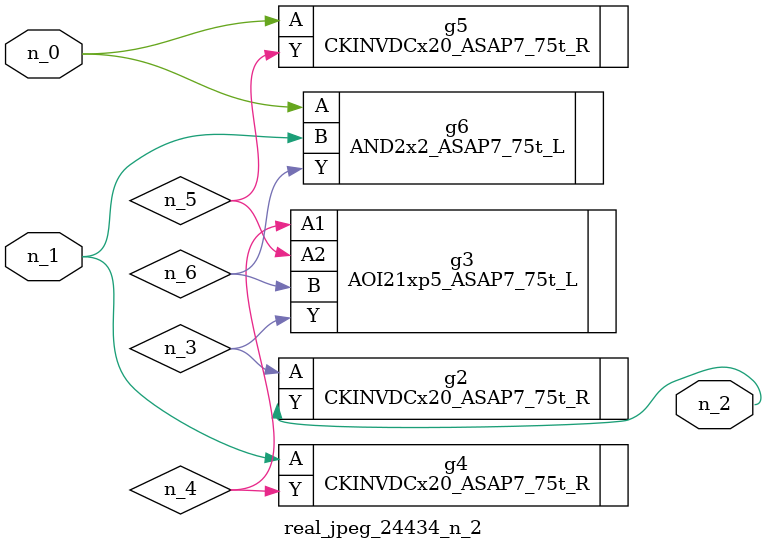
<source format=v>
module real_jpeg_24434_n_2 (n_1, n_0, n_2);

input n_1;
input n_0;

output n_2;

wire n_5;
wire n_4;
wire n_6;
wire n_3;

CKINVDCx20_ASAP7_75t_R g5 ( 
.A(n_0),
.Y(n_5)
);

AND2x2_ASAP7_75t_L g6 ( 
.A(n_0),
.B(n_1),
.Y(n_6)
);

CKINVDCx20_ASAP7_75t_R g4 ( 
.A(n_1),
.Y(n_4)
);

CKINVDCx20_ASAP7_75t_R g2 ( 
.A(n_3),
.Y(n_2)
);

AOI21xp5_ASAP7_75t_L g3 ( 
.A1(n_4),
.A2(n_5),
.B(n_6),
.Y(n_3)
);


endmodule
</source>
